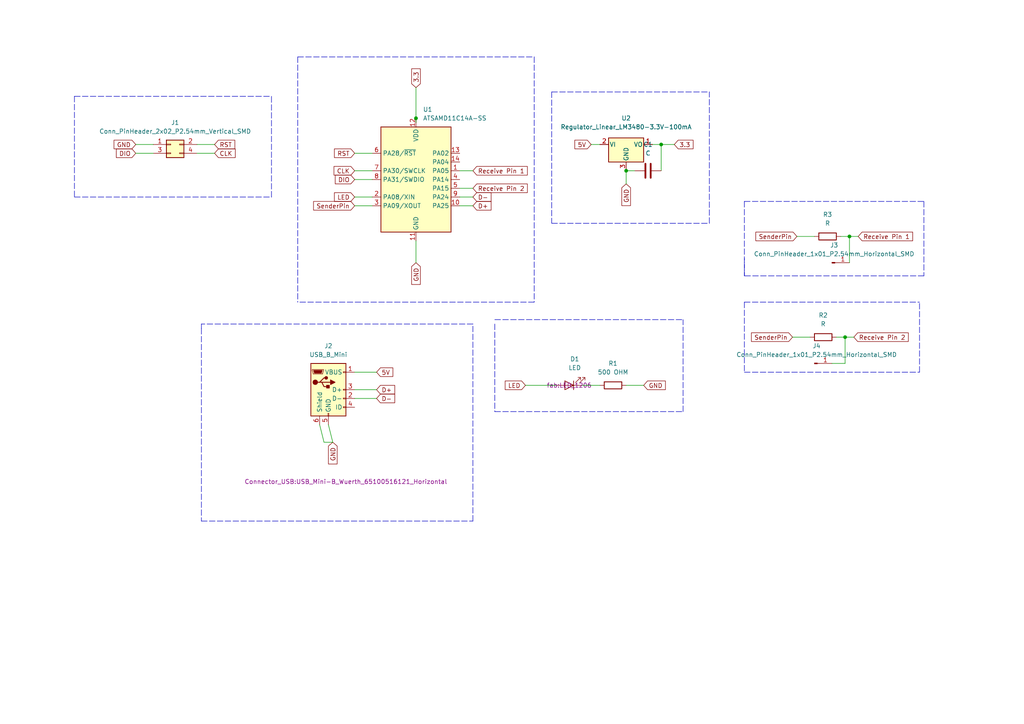
<source format=kicad_sch>
(kicad_sch (version 20211123) (generator eeschema)
  (paper "A4")
  (lib_symbols
    (symbol "Connector:USB_B_Mini" (pin_names (offset 1.016))
      (property "Reference" "J" (at -5.08 11.43 0))
      (property "Value" "USB_B_Mini" (at -5.08 8.89 0))
      (symbol "USB_B_Mini_0_1"
        (rectangle (start -5.08 -7.62) (end 5.08 7.62) (stroke (width 0.254)) (fill (type background)))
        (circle (center -3.81 2.159) (radius 0.635) (stroke (width 0.254)) (fill (type outline)))
        (circle (center -0.635 3.429) (radius 0.381) (stroke (width 0.254)) (fill (type outline)))
        (rectangle (start -0.127 -7.62) (end 0.127 -6.858))
        (polyline (pts (xy -1.905 2.159) (xy 0.635 2.159)) (stroke (width 0.254)))
        (polyline (pts (xy -3.175 2.159) (xy -2.54 2.159) (xy -1.27 3.429) (xy -0.635 3.429)) (stroke (width 0.254)))
        (polyline (pts (xy -2.54 2.159) (xy -1.905 2.159) (xy -1.27 0.889) (xy 0 0.889)) (stroke (width 0.254)))
        (polyline (pts (xy 0.635 2.794) (xy 0.635 1.524) (xy 1.905 2.159) (xy 0.635 2.794)) (stroke (width 0.254)) (fill (type outline)))
        (polyline (pts (xy -4.318 5.588) (xy -1.778 5.588) (xy -2.032 4.826) (xy -4.064 4.826) (xy -4.318 5.588)) (fill (type outline)))
        (polyline (pts (xy -4.699 5.842) (xy -4.699 5.588) (xy -4.445 4.826) (xy -4.445 4.572) (xy -1.651 4.572) (xy -1.651 4.826) (xy -1.397 5.588) (xy -1.397 5.842) (xy -4.699 5.842)))
        (rectangle (start 0.254 1.27) (end -0.508 0.508) (stroke (width 0.254)) (fill (type outline)))
        (rectangle (start 5.08 -5.207) (end 4.318 -4.953))
        (rectangle (start 5.08 -2.667) (end 4.318 -2.413))
        (rectangle (start 5.08 -0.127) (end 4.318 0.127))
        (rectangle (start 5.08 4.953) (end 4.318 5.207))
      )
      (symbol "USB_B_Mini_1_1"
        (pin power_out line (at 7.62 5.08 180) (length 2.54) (name "VBUS") (number "1"))
        (pin bidirectional line (at 7.62 -2.54 180) (length 2.54) (name "D-") (number "2"))
        (pin bidirectional line (at 7.62 0 180) (length 2.54) (name "D+") (number "3"))
        (pin passive line (at 7.62 -5.08 180) (length 2.54) (name "ID") (number "4"))
        (pin power_out line (at 0 -10.16 90) (length 2.54) (name "GND") (number "5"))
        (pin passive line (at -2.54 -10.16 90) (length 2.54) (name "Shield") (number "6"))
      )
    )
    (symbol "fab:ATSAMD11C14A-SS"
      (property "Reference" "U" (at -10.16 16.51 0))
      (property "Value" "ATSAMD11C14A-SS" (at 1.27 16.51 0))
      (symbol "ATSAMD11C14A-SS_0_1"
        (rectangle (start -10.16 15.24) (end 10.16 -15.24) (stroke (width 0.254)) (fill (type background)))
      )
      (symbol "ATSAMD11C14A-SS_1_1"
        (pin bidirectional line (at 12.7 2.54 180) (length 2.54) (name "PA05") (number "1"))
        (pin bidirectional line (at 12.7 -7.62 180) (length 2.54) (name "PA25") (number "10"))
        (pin power_in line (at 0 -17.78 90) (length 2.54) (name "GND") (number "11"))
        (pin power_in line (at 0 17.78 270) (length 2.54) (name "VDD") (number "12"))
        (pin bidirectional line (at 12.7 7.62 180) (length 2.54) (name "PA02") (number "13"))
        (pin bidirectional line (at 12.7 5.08 180) (length 2.54) (name "PA04") (number "14"))
        (pin bidirectional line (at -12.7 -5.08 0) (length 2.54) (name "PA08/XIN") (number "2"))
        (pin bidirectional line (at -12.7 -7.62 0) (length 2.54) (name "PA09/XOUT") (number "3"))
        (pin bidirectional line (at 12.7 0 180) (length 2.54) (name "PA14") (number "4"))
        (pin bidirectional line (at 12.7 -2.54 180) (length 2.54) (name "PA15") (number "5"))
        (pin bidirectional line (at -12.7 7.62 0) (length 2.54) (name "PA28/~{RST}") (number "6"))
        (pin bidirectional line (at -12.7 2.54 0) (length 2.54) (name "PA30/SWCLK") (number "7"))
        (pin bidirectional line (at -12.7 0 0) (length 2.54) (name "PA31/SWDIO") (number "8"))
        (pin bidirectional line (at 12.7 -5.08 180) (length 2.54) (name "PA24") (number "9"))
      )
    )
    (symbol "fab:C" (pin_numbers hide) (pin_names (offset 0.254))
      (property "Reference" "C" (at 0.635 2.54 0))
      (property "Value" "C" (at 0.635 -2.54 0))
      (symbol "C_0_1"
        (polyline (pts (xy -2.032 -0.762) (xy 2.032 -0.762)) (stroke (width 0.508)))
        (polyline (pts (xy -2.032 0.762) (xy 2.032 0.762)) (stroke (width 0.508)))
      )
      (symbol "C_1_1"
        (pin passive line (at 0 3.81 270) (length 2.794) (name "~") (number "1"))
        (pin passive line (at 0 -3.81 90) (length 2.794) (name "~") (number "2"))
      )
    )
    (symbol "fab:Conn_PinHeader_1x01_P2.54mm_Horizontal_SMD" (pin_names (offset 1.016) hide)
      (property "Reference" "J" (at 0 2.54 0))
      (property "Value" "Conn_PinHeader_1x01_P2.54mm_Horizontal_SMD" (at 0 -2.54 0))
      (symbol "Conn_PinHeader_1x01_P2.54mm_Horizontal_SMD_1_1"
        (polyline (pts (xy 1.27 0) (xy 0.8636 0)) (stroke (width 0.1524)))
        (rectangle (start 0.8636 0.127) (end 0 -0.127) (stroke (width 0.1524)) (fill (type outline)))
        (pin passive line (at 5.08 0 180) (length 3.81) (name "Pin_1") (number "1"))
      )
    )
    (symbol "fab:Conn_PinHeader_2x02_P2.54mm_Vertical_SMD" (pin_names (offset 1.016) hide)
      (property "Reference" "J" (at 1.27 2.54 0))
      (property "Value" "Conn_PinHeader_2x02_P2.54mm_Vertical_SMD" (at 1.27 -5.08 0))
      (symbol "Conn_PinHeader_2x02_P2.54mm_Vertical_SMD_1_1"
        (rectangle (start -1.27 -2.413) (end 0 -2.667) (stroke (width 0.1524)))
        (rectangle (start -1.27 0.127) (end 0 -0.127) (stroke (width 0.1524)))
        (rectangle (start -1.27 1.27) (end 3.81 -3.81) (stroke (width 0.254)) (fill (type background)))
        (rectangle (start 3.81 -2.413) (end 2.54 -2.667) (stroke (width 0.1524)))
        (rectangle (start 3.81 0.127) (end 2.54 -0.127) (stroke (width 0.1524)))
        (pin passive line (at -5.08 0 0) (length 3.81) (name "Pin_1") (number "1"))
        (pin passive line (at 7.62 0 180) (length 3.81) (name "Pin_2") (number "2"))
        (pin passive line (at -5.08 -2.54 0) (length 3.81) (name "Pin_3") (number "3"))
        (pin passive line (at 7.62 -2.54 180) (length 3.81) (name "Pin_4") (number "4"))
      )
    )
    (symbol "fab:LED" (pin_numbers hide) (pin_names (offset 1.016) hide)
      (property "Reference" "D" (at 0 2.54 0))
      (property "Value" "LED" (at 0 -2.54 0))
      (symbol "LED_0_1"
        (polyline (pts (xy -1.27 -1.27) (xy -1.27 1.27)) (stroke (width 0.2032)))
        (polyline (pts (xy -1.27 0) (xy 1.27 0)))
        (polyline (pts (xy 1.27 -1.27) (xy 1.27 1.27) (xy -1.27 0) (xy 1.27 -1.27)) (stroke (width 0.2032)))
        (polyline (pts (xy -3.048 -0.762) (xy -4.572 -2.286) (xy -3.81 -2.286) (xy -4.572 -2.286) (xy -4.572 -1.524)))
        (polyline (pts (xy -1.778 -0.762) (xy -3.302 -2.286) (xy -2.54 -2.286) (xy -3.302 -2.286) (xy -3.302 -1.524)))
      )
      (symbol "LED_1_1"
        (pin passive line (at -3.81 0 0) (length 2.54) (name "K") (number "1"))
        (pin passive line (at 3.81 0 180) (length 2.54) (name "A") (number "2"))
      )
    )
    (symbol "fab:R" (pin_numbers hide) (pin_names (offset 0))
      (property "Reference" "R" (at 2.032 0 90))
      (property "Value" "R" (at 0 0 90))
      (symbol "R_0_1"
        (rectangle (start -1.016 -2.54) (end 1.016 2.54) (stroke (width 0.254)))
      )
      (symbol "R_1_1"
        (pin passive line (at 0 3.81 270) (length 1.27) (name "~") (number "1"))
        (pin passive line (at 0 -3.81 90) (length 1.27) (name "~") (number "2"))
      )
    )
    (symbol "fab:Regulator_Linear_LM3480-3.3V-100mA" (pin_names (offset 0.254))
      (property "Reference" "U" (at -3.81 3.175 0))
      (property "Value" "Regulator_Linear_LM3480-3.3V-100mA" (at 0 3.175 0))
      (symbol "Regulator_Linear_LM3480-3.3V-100mA_0_1"
        (rectangle (start -5.08 1.905) (end 5.08 -5.08) (stroke (width 0.254)) (fill (type background)))
      )
      (symbol "Regulator_Linear_LM3480-3.3V-100mA_1_1"
        (pin power_out line (at 7.62 0 180) (length 2.54) (name "VO") (number "1"))
        (pin power_in line (at -7.62 0 0) (length 2.54) (name "VI") (number "2"))
        (pin power_in line (at 0 -7.62 90) (length 2.54) (name "GND") (number "3"))
      )
    )
  )
  (junction (at 120.65 34.29))
  (junction (at 245.11 97.79))
  (junction (at 246.38 68.58))
  (junction (at 191.77 41.91))
  (junction (at 181.61 49.53))
  (wire (pts (xy 241.3 105.41) (xy 245.11 105.41)))
  (polyline (pts (xy 160.02 26.67) (xy 205.74 26.67)))
  (wire (pts (xy 231.14 68.58) (xy 236.22 68.58)))
  (polyline (pts (xy 154.94 87.63) (xy 86.36 87.63)))
  (polyline (pts (xy 215.9 107.95) (xy 266.7 107.95)))
  (wire (pts (xy 191.77 41.91) (xy 191.77 49.53)))
  (wire (pts (xy 102.87 49.53) (xy 107.95 49.53)))
  (polyline (pts (xy 160.02 64.77) (xy 205.74 64.77)))
  (polyline (pts (xy 205.74 64.77) (xy 205.74 26.67)))
  (polyline (pts (xy 58.42 151.13) (xy 137.16 151.13)))
  (polyline (pts (xy 137.16 93.98) (xy 58.42 93.98)))
  (wire (pts (xy 229.87 97.79) (xy 234.95 97.79)))
  (wire (pts (xy 102.87 57.15) (xy 107.95 57.15)))
  (wire (pts (xy 137.16 57.15) (xy 133.35 57.15)))
  (wire (pts (xy 133.35 59.69) (xy 137.16 59.69)))
  (wire (pts (xy 245.11 105.41) (xy 245.11 97.79)))
  (wire (pts (xy 57.15 44.45) (xy 62.23 44.45)))
  (polyline (pts (xy 215.9 87.63) (xy 266.7 87.63)))
  (wire (pts (xy 102.87 115.57) (xy 109.22 115.57)))
  (wire (pts (xy 102.87 52.07) (xy 107.95 52.07)))
  (wire (pts (xy 168.91 111.76) (xy 173.99 111.76)))
  (polyline (pts (xy 21.59 57.15) (xy 78.74 57.15)))
  (wire (pts (xy 120.65 69.85) (xy 120.65 76.2)))
  (wire (pts (xy 189.23 41.91) (xy 191.77 41.91)))
  (wire (pts (xy 92.71 123.19) (xy 93.98 128.27)))
  (polyline (pts (xy 198.12 119.38) (xy 198.12 92.71)))
  (wire (pts (xy 181.61 49.53) (xy 181.61 53.34)))
  (wire (pts (xy 245.11 97.79) (xy 247.65 97.79)))
  (polyline (pts (xy 215.9 58.42) (xy 215.9 80.01)))
  (polyline (pts (xy 143.51 119.38) (xy 198.12 119.38)))
  (polyline (pts (xy 143.51 93.98) (xy 143.51 119.38)))
  (polyline (pts (xy 267.97 58.42) (xy 267.97 80.01)))
  (wire (pts (xy 243.84 68.58) (xy 246.38 68.58)))
  (wire (pts (xy 102.87 59.69) (xy 107.95 59.69)))
  (polyline (pts (xy 154.94 16.51) (xy 154.94 87.63)))
  (wire (pts (xy 120.65 25.4) (xy 120.65 34.29)))
  (polyline (pts (xy 143.51 92.71) (xy 198.12 92.71)))
  (polyline (pts (xy 215.9 58.42) (xy 267.97 58.42)))
  (wire (pts (xy 191.77 41.91) (xy 195.58 41.91)))
  (wire (pts (xy 102.87 113.03) (xy 109.22 113.03)))
  (polyline (pts (xy 215.9 80.01) (xy 215.9 74.93)))
  (polyline (pts (xy 78.74 57.15) (xy 78.74 27.94)))
  (wire (pts (xy 102.87 107.95) (xy 109.22 107.95)))
  (wire (pts (xy 246.38 68.58) (xy 248.92 68.58)))
  (polyline (pts (xy 160.02 26.67) (xy 160.02 64.77)))
  (polyline (pts (xy 86.36 16.51) (xy 86.36 87.63)))
  (polyline (pts (xy 86.36 16.51) (xy 154.94 16.51)))
  (wire (pts (xy 181.61 49.53) (xy 184.15 49.53)))
  (wire (pts (xy 246.38 68.58) (xy 246.38 76.2)))
  (wire (pts (xy 39.37 41.91) (xy 44.45 41.91)))
  (polyline (pts (xy 58.42 93.98) (xy 58.42 95.25)))
  (polyline (pts (xy 137.16 151.13) (xy 137.16 93.98)))
  (polyline (pts (xy 58.42 95.25) (xy 58.42 151.13)))
  (polyline (pts (xy 21.59 27.94) (xy 78.74 27.94)))
  (polyline (pts (xy 266.7 107.95) (xy 266.7 87.63)))
  (wire (pts (xy 181.61 111.76) (xy 186.69 111.76)))
  (wire (pts (xy 39.37 44.45) (xy 44.45 44.45)))
  (wire (pts (xy 102.87 44.45) (xy 107.95 44.45)))
  (wire (pts (xy 93.98 128.27) (xy 96.52 128.27)))
  (wire (pts (xy 133.35 49.53) (xy 137.16 49.53)))
  (wire (pts (xy 95.25 123.19) (xy 96.52 128.27)))
  (wire (pts (xy 120.65 34.29) (xy 120.65 35.56)))
  (polyline (pts (xy 215.9 87.63) (xy 215.9 107.95)))
  (polyline (pts (xy 267.97 80.01) (xy 215.9 80.01)))
  (wire (pts (xy 152.4 111.76) (xy 161.29 111.76)))
  (wire (pts (xy 57.15 41.91) (xy 62.23 41.91)))
  (wire (pts (xy 133.35 54.61) (xy 137.16 54.61)))
  (wire (pts (xy 171.45 41.91) (xy 173.99 41.91)))
  (wire (pts (xy 242.57 97.79) (xy 245.11 97.79)))
  (polyline (pts (xy 21.59 27.94) (xy 21.59 57.15)))
  (global_label "DIO" (shape input) (at 39.37 44.45 180) (property "Intersheet References" "${INTERSHEET_REFS}" (effects hide)))
  (global_label "5V" (shape input) (at 109.22 107.95 0) (property "Intersheet References" "${INTERSHEET_REFS}" (effects hide)))
  (global_label "LED" (shape input) (at 102.87 57.15 180) (property "Intersheet References" "${INTERSHEET_REFS}" (effects hide)))
  (global_label "GND" (shape input) (at 186.69 111.76 0) (property "Intersheet References" "${INTERSHEET_REFS}" (effects hide)))
  (global_label "D+" (shape input) (at 137.16 59.69 0) (property "Intersheet References" "${INTERSHEET_REFS}" (effects hide)))
  (global_label "RST" (shape input) (at 102.87 44.45 180) (property "Intersheet References" "${INTERSHEET_REFS}" (effects hide)))
  (global_label "5V" (shape input) (at 171.45 41.91 180) (property "Intersheet References" "${INTERSHEET_REFS}" (effects hide)))
  (global_label "RST" (shape input) (at 62.23 41.91 0) (property "Intersheet References" "${INTERSHEET_REFS}" (effects hide)))
  (global_label "D+" (shape input) (at 109.22 113.03 0) (property "Intersheet References" "${INTERSHEET_REFS}" (effects hide)))
  (global_label "GND" (shape input) (at 120.65 76.2 270) (property "Intersheet References" "${INTERSHEET_REFS}" (effects hide)))
  (global_label "GND" (shape input) (at 39.37 41.91 180) (property "Intersheet References" "${INTERSHEET_REFS}" (effects hide)))
  (global_label "D-" (shape input) (at 109.22 115.57 0) (property "Intersheet References" "${INTERSHEET_REFS}" (effects hide)))
  (global_label "3.3" (shape input) (at 195.58 41.91 0) (property "Intersheet References" "${INTERSHEET_REFS}" (effects hide)))
  (global_label "3.3" (shape input) (at 120.65 25.4 90) (property "Intersheet References" "${INTERSHEET_REFS}" (effects hide)))
  (global_label "LED" (shape input) (at 152.4 111.76 180) (property "Intersheet References" "${INTERSHEET_REFS}" (effects hide)))
  (global_label "Receive Pin 1" (shape input) (at 137.16 49.53 0) (property "Intersheet References" "${INTERSHEET_REFS}" (effects hide)))
  (global_label "SenderPin" (shape input) (at 229.87 97.79 180) (property "Intersheet References" "${INTERSHEET_REFS}" (effects hide)))
  (global_label "CLK" (shape input) (at 62.23 44.45 0) (property "Intersheet References" "${INTERSHEET_REFS}" (effects hide)))
  (global_label "Receive Pin 1" (shape input) (at 248.92 68.58 0) (property "Intersheet References" "${INTERSHEET_REFS}" (effects hide)))
  (global_label "D-" (shape input) (at 137.16 57.15 0) (property "Intersheet References" "${INTERSHEET_REFS}" (effects hide)))
  (global_label "DIO" (shape input) (at 102.87 52.07 180) (property "Intersheet References" "${INTERSHEET_REFS}" (effects hide)))
  (global_label "SenderPin" (shape input) (at 231.14 68.58 180) (property "Intersheet References" "${INTERSHEET_REFS}" (effects hide)))
  (global_label "Receive Pin 2" (shape input) (at 247.65 97.79 0) (property "Intersheet References" "${INTERSHEET_REFS}" (effects hide)))
  (global_label "Receive Pin 2" (shape input) (at 137.16 54.61 0) (property "Intersheet References" "${INTERSHEET_REFS}" (effects hide)))
  (global_label "SenderPin" (shape input) (at 102.87 59.69 180) (property "Intersheet References" "${INTERSHEET_REFS}" (effects hide)))
  (global_label "GND" (shape input) (at 96.52 128.27 270) (property "Intersheet References" "${INTERSHEET_REFS}" (effects hide)))
  (global_label "GND" (shape input) (at 181.61 53.34 270) (property "Intersheet References" "${INTERSHEET_REFS}" (effects hide)))
  (global_label "CLK" (shape input) (at 102.87 49.53 180) (property "Intersheet References" "${INTERSHEET_REFS}" (effects hide)))
  (symbol (lib_id "fab:LED") (at 165.1 111.76 180) (unit 1)
    (property "Reference" "D1" (at 166.7002 104.14 0))
    (property "Value" "LED" (at 166.7002 106.68 0))
    (property "Footprint" "fab:LED_1206" (at 165.1 111.76 0))
    (property "Datasheet" "https://optoelectronics.liteon.com/upload/download/DS-22-98-0002/LTST-C150CKT.pdf" (effects hide))
  )
  (symbol (lib_id "fab:Conn_PinHeader_1x01_P2.54mm_Horizontal_SMD") (at 236.22 105.41 0) (unit 1)
    (property "Reference" "J4" (at 236.855 100.33 0))
    (property "Value" "Conn_PinHeader_1x01_P2.54mm_Horizontal_SMD" (at 236.855 102.87 0))
    (property "Footprint" "fab:PinHeader_1x01_P2.54mm_Horizontal_SMD" (effects hide))
  )
  (symbol (lib_id "fab:Conn_PinHeader_1x01_P2.54mm_Horizontal_SMD") (at 241.3 76.2 0) (unit 1)
    (property "Reference" "J3" (at 241.935 71.12 0))
    (property "Value" "Conn_PinHeader_1x01_P2.54mm_Horizontal_SMD" (at 241.935 73.66 0))
    (property "Footprint" "fab:PinHeader_1x01_P2.54mm_Horizontal_SMD" (effects hide))
  )
  (symbol (lib_id "fab:Conn_PinHeader_2x02_P2.54mm_Vertical_SMD") (at 49.53 41.91 0) (unit 1)
    (property "Reference" "J1" (at 50.8 35.56 0))
    (property "Value" "Conn_PinHeader_2x02_P2.54mm_Vertical_SMD" (at 50.8 38.1 0))
    (property "Footprint" "fab:PinHeader_2x02_P2.54mm_Vertical_SMD" (effects hide))
    (property "Datasheet" "https://cdn.amphenol-icc.com/media/wysiwyg/files/drawing/95278.pdf" (effects hide))
  )
  (symbol (lib_id "Connector:USB_B_Mini") (at 95.25 113.03 0) (unit 1)
    (property "Reference" "J2" (at 95.25 100.33 0))
    (property "Value" "USB_B_Mini" (at 95.25 102.87 0))
    (property "Footprint" "Connector_USB:USB_Mini-B_Wuerth_65100516121_Horizontal" (at 100.33 139.7 0))
  )
  (symbol (lib_id "fab:R") (at 240.03 68.58 90) (unit 1)
    (property "Reference" "R3" (at 240.03 62.23 90))
    (property "Value" "R" (at 240.03 64.77 90))
    (property "Footprint" "fab:R_1206" (effects hide))
  )
  (symbol (lib_id "fab:ATSAMD11C14A-SS") (at 120.65 52.07 0) (unit 1)
    (property "Reference" "U1" (at 122.6694 31.75 0) (effects (justify left)))
    (property "Value" "ATSAMD11C14A-SS" (at 122.6694 34.29 0) (effects (justify left)))
    (property "Footprint" "fab:SOIC-14_3.9x8.7mm_P1.27mm" (effects hide))
  )
  (symbol (lib_id "fab:Regulator_Linear_LM3480-3.3V-100mA") (at 181.61 41.91 0) (unit 1)
    (property "Reference" "U2" (at 181.61 34.29 0))
    (property "Value" "Regulator_Linear_LM3480-3.3V-100mA" (at 181.61 36.83 0))
    (property "Footprint" "fab:SOT-23" (effects hide))
    (property "Datasheet" "https://www.ti.com/lit/ds/symlink/lm3480.pdf" (effects hide))
  )
  (symbol (lib_id "fab:R") (at 238.76 97.79 90) (unit 1)
    (property "Reference" "R2" (at 238.76 91.44 90))
    (property "Value" "R" (at 238.76 93.98 90))
    (property "Footprint" "fab:R_1206" (effects hide))
  )
  (symbol (lib_id "fab:R") (at 177.8 111.76 90) (unit 1)
    (property "Reference" "R1" (at 177.8 105.41 90))
    (property "Value" "500 OHM" (at 177.8 107.95 90))
    (property "Footprint" "fab:R_1206" (effects hide))
  )
  (symbol (lib_id "fab:C") (at 187.96 49.53 90) (unit 1)
    (property "Reference" "C1" (at 187.96 41.91 90))
    (property "Value" "C" (at 187.96 44.45 90))
    (property "Footprint" "fab:C_1206" (effects hide))
  )
)
</source>
